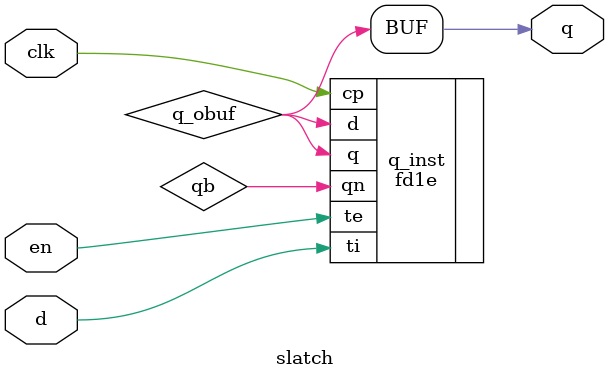
<source format=v>
`include "defs.v"

module slatch
(
	output q,
	input d,
	input clk,
	input en
);
wire qb;

// Output buffers
wire q_obuf;


// Output buffers
assign q = q_obuf;


// LEGO.NET (25) - q : fd1e
fd1e q_inst
(
	.q /* OUT */ (q_obuf),
	.qn /* OUT */ (qb),
	.d /* IN */ (q_obuf),
	.cp /* IN */ (clk),
	.ti /* IN */ (d),
	.te /* IN */ (en)
);

// LEGO.NET (26) - dummy : dummy
endmodule

</source>
